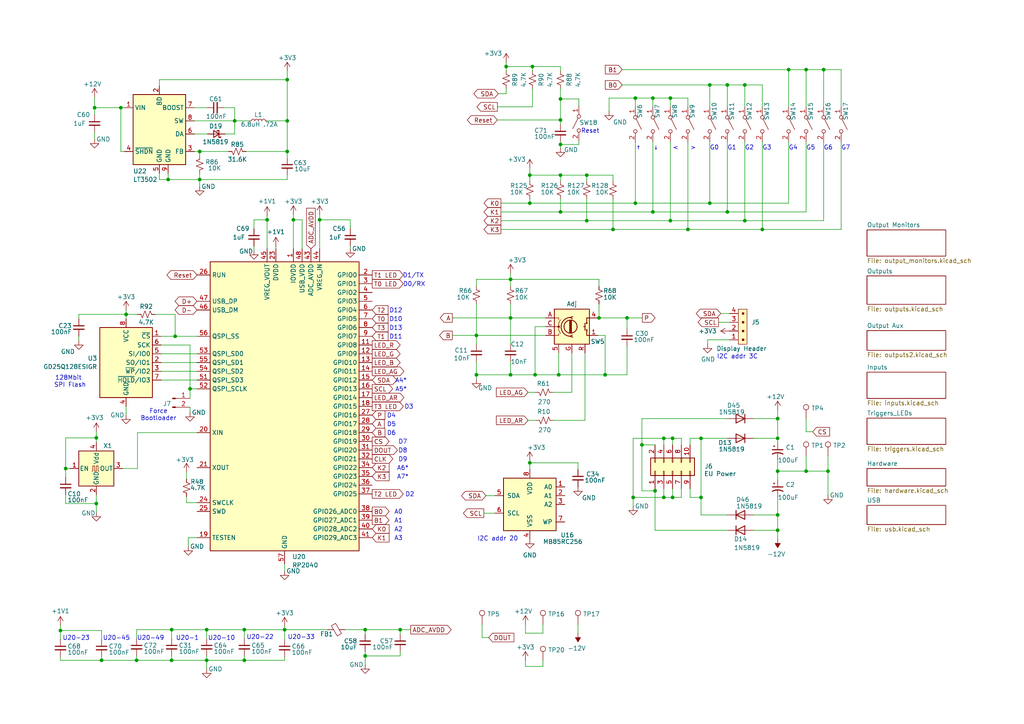
<source format=kicad_sch>
(kicad_sch (version 20231120) (generator "eeschema") (generator_version "8.0")
  (paper "A4")
  (title_block (title "Thor's Arsenal") (rev "0.2"))
  (junction (at 59.944 191.516))
  (junction (at 146.812 19.304))
  (junction (at 205.867 58.928))
  (junction (at 192.532 144.272))
  (junction (at 148.082 81.026))
  (junction (at 162.56 41.91))
  (junction (at 59.944 182.626))
  (junction (at 148.082 92.202))
  (junction (at 186.182 129.032))
  (junction (at 189.357 61.468))
  (junction (at 153.67 50.8))
  (junction (at 162.052 108.712))
  (junction (at 70.866 182.626))
  (junction (at 238.887 20.193))
  (junction (at 70.866 191.516))
  (junction (at 153.67 134.239))
  (junction (at 162.56 50.8))
  (junction (at 173.736 92.202))
  (junction (at 68.072 35.052))
  (junction (at 189.992 142.367))
  (junction (at 50.8 97.536))
  (junction (at 17.526 182.88))
  (junction (at 184.277 28.448))
  (junction (at 35.052 31.242))
  (junction (at 228.727 20.193))
  (junction (at 195.072 144.272))
  (junction (at 55.118 112.776))
  (junction (at 57.912 43.942))
  (junction (at 85.09 63.754))
  (junction (at 162.56 34.798))
  (junction (at 181.864 92.202))
  (junction (at 154.432 19.304))
  (junction (at 27.432 31.242))
  (junction (at 221.107 66.548))
  (junction (at 49.784 191.516))
  (junction (at 225.552 136.652))
  (junction (at 162.56 28.702))
  (junction (at 170.18 64.008))
  (junction (at 183.642 144.272))
  (junction (at 138.176 97.282))
  (junction (at 39.624 191.516))
  (junction (at 82.55 182.626))
  (junction (at 83.312 23.114))
  (junction (at 195.072 127.127))
  (junction (at 77.47 63.754))
  (junction (at 225.552 127.127))
  (junction (at 233.807 136.652))
  (junction (at 203.327 144.272))
  (junction (at 203.327 127.127))
  (junction (at 83.312 43.942))
  (junction (at 184.277 58.928))
  (junction (at 57.912 52.07))
  (junction (at 192.532 127.127))
  (junction (at 189.357 28.448))
  (junction (at 216.027 64.008))
  (junction (at 148.082 108.712))
  (junction (at 162.56 61.468))
  (junction (at 170.18 50.8))
  (junction (at 205.867 24.638))
  (junction (at 19.05 135.89))
  (junction (at 36.576 91.186))
  (junction (at 177.8 66.548))
  (junction (at 225.552 121.412))
  (junction (at 49.784 182.626))
  (junction (at 194.437 28.448))
  (junction (at 175.514 108.712))
  (junction (at 233.807 20.193))
  (junction (at 153.67 58.928))
  (junction (at 225.552 153.797))
  (junction (at 29.464 191.516))
  (junction (at 48.768 52.07))
  (junction (at 210.947 61.468))
  (junction (at 194.437 64.008))
  (junction (at 155.194 108.712))
  (junction (at 210.947 24.638))
  (junction (at 27.94 127))
  (junction (at 105.918 190.246))
  (junction (at 83.312 35.052))
  (junction (at 105.918 182.626))
  (junction (at 240.157 136.652))
  (junction (at 92.71 63.754))
  (junction (at 138.176 108.712))
  (junction (at 199.517 66.548))
  (junction (at 27.94 146.05))
  (junction (at 216.027 24.638))
  (junction (at 225.552 149.352))
  (junction (at 116.078 182.626))
  (wire (pts (xy 27.94 125.222) (xy 27.94 127)))
  (wire (pts (xy 225.552 133.477) (xy 225.552 136.652)))
  (wire (pts (xy 55.118 118.11) (xy 55.118 119.634)))
  (wire (pts (xy 44.958 91.186) (xy 50.8 91.186)))
  (wire (pts (xy 153.162 121.92) (xy 155.448 121.92)))
  (wire (pts (xy 56.388 35.052) (xy 68.072 35.052)))
  (wire (pts (xy 143.51 148.844) (xy 140.335 148.844)))
  (wire (pts (xy 56.388 38.862) (xy 60.198 38.862)))
  (wire (pts (xy 29.464 190.5) (xy 29.464 191.516)))
  (wire (pts (xy 225.552 136.652) (xy 233.807 136.652)))
  (wire (pts (xy 181.864 100.457) (xy 181.864 108.712)))
  (wire (pts (xy 83.312 35.052) (xy 77.47 35.052)))
  (wire (pts (xy 225.552 153.797) (xy 225.552 156.337)))
  (wire (pts (xy 82.55 190.5) (xy 82.55 191.516)))
  (wire (pts (xy 116.078 190.246) (xy 105.918 190.246)))
  (wire (pts (xy 36.068 43.942) (xy 35.052 43.942)))
  (wire (pts (xy 199.517 66.548) (xy 199.517 41.148)))
  (wire (pts (xy 35.052 43.942) (xy 35.052 31.242)))
  (wire (pts (xy 200.152 141.732) (xy 200.152 144.272)))
  (wire (pts (xy 189.992 129.032) (xy 186.182 129.032)))
  (wire (pts (xy 238.887 64.008) (xy 216.027 64.008)))
  (wire (pts (xy 184.277 58.928) (xy 184.277 41.148)))
  (wire (pts (xy 221.107 66.548) (xy 199.517 66.548)))
  (wire (pts (xy 205.867 24.638) (xy 210.947 24.638)))
  (wire (pts (xy 153.162 113.792) (xy 155.321 113.792)))
  (wire (pts (xy 225.552 118.872) (xy 225.552 121.412)))
  (wire (pts (xy 173.736 83.058) (xy 173.736 81.026)))
  (wire (pts (xy 176.657 28.448) (xy 176.657 32.258)))
  (wire (pts (xy 162.052 102.362) (xy 162.052 108.712)))
  (wire (pts (xy 57.912 43.942) (xy 57.912 45.212)))
  (wire (pts (xy 183.642 144.272) (xy 183.642 146.812)))
  (wire (pts (xy 154.432 20.574) (xy 154.432 19.304)))
  (wire (pts (xy 19.05 127) (xy 27.94 127)))
  (wire (pts (xy 221.107 24.638) (xy 221.107 30.988)))
  (wire (pts (xy 177.8 57.658) (xy 177.8 66.548)))
  (wire (pts (xy 183.642 127.127) (xy 183.642 144.272)))
  (wire (pts (xy 154.432 30.988) (xy 144.272 30.988)))
  (wire (pts (xy 68.072 35.052) (xy 68.072 38.862)))
  (wire (pts (xy 65.024 31.242) (xy 68.072 31.242)))
  (wire (pts (xy 205.867 41.148) (xy 205.867 58.928)))
  (wire (pts (xy 131.191 92.202) (xy 148.082 92.202)))
  (wire (pts (xy 59.944 191.516) (xy 59.944 194.056)))
  (wire (pts (xy 195.072 127.127) (xy 197.612 127.127)))
  (wire (pts (xy 186.182 121.412) (xy 186.182 129.032)))
  (wire (pts (xy 56.388 31.242) (xy 59.944 31.242)))
  (wire (pts (xy 68.072 35.052) (xy 72.39 35.052)))
  (wire (pts (xy 49.784 182.626) (xy 49.784 185.166)))
  (wire (pts (xy 157.48 181.102) (xy 157.48 183.642)))
  (wire (pts (xy 57.15 155.956) (xy 54.61 155.956)))
  (wire (pts (xy 216.027 24.638) (xy 221.107 24.638)))
  (wire (pts (xy 225.552 149.352) (xy 225.552 153.797)))
  (wire (pts (xy 82.55 181.61) (xy 82.55 182.626)))
  (wire (pts (xy 105.918 190.246) (xy 105.918 192.786)))
  (wire (pts (xy 27.94 146.05) (xy 27.94 148.59)))
  (wire (pts (xy 85.09 72.136) (xy 85.09 63.754)))
  (wire (pts (xy 233.807 20.193) (xy 238.887 20.193)))
  (wire (pts (xy 92.71 63.754) (xy 92.71 72.136)))
  (wire (pts (xy 27.432 38.354) (xy 27.432 40.386)))
  (wire (pts (xy 36.576 89.916) (xy 36.576 91.186)))
  (wire (pts (xy 138.176 97.282) (xy 158.242 97.282)))
  (wire (pts (xy 243.967 20.193) (xy 243.967 30.988)))
  (wire (pts (xy 83.312 52.07) (xy 57.912 52.07)))
  (wire (pts (xy 39.624 185.166) (xy 39.624 182.626)))
  (wire (pts (xy 162.56 41.91) (xy 167.894 41.91)))
  (wire (pts (xy 139.827 181.102) (xy 139.827 184.912)))
  (wire (pts (xy 184.277 28.448) (xy 189.357 28.448)))
  (wire (pts (xy 70.866 182.626) (xy 82.55 182.626)))
  (wire (pts (xy 145.288 61.468) (xy 162.56 61.468)))
  (wire (pts (xy 169.672 121.92) (xy 160.528 121.92)))
  (wire (pts (xy 87.63 72.136) (xy 87.63 63.754)))
  (wire (pts (xy 192.532 141.732) (xy 192.532 144.272)))
  (wire (pts (xy 167.894 28.702) (xy 162.56 28.702)))
  (wire (pts (xy 46.736 107.696) (xy 57.15 107.696)))
  (wire (pts (xy 216.027 24.638) (xy 216.027 30.988)))
  (wire (pts (xy 194.437 28.448) (xy 199.517 28.448)))
  (wire (pts (xy 162.56 61.468) (xy 189.357 61.468)))
  (wire (pts (xy 192.532 144.272) (xy 195.072 144.272)))
  (wire (pts (xy 211.582 90.932) (xy 209.042 90.932)))
  (wire (pts (xy 146.812 18.034) (xy 146.812 19.304)))
  (wire (pts (xy 180.467 24.638) (xy 205.867 24.638)))
  (wire (pts (xy 55.118 100.076) (xy 55.118 112.776)))
  (wire (pts (xy 189.357 28.448) (xy 189.357 30.988)))
  (wire (pts (xy 181.864 92.202) (xy 181.864 95.377)))
  (wire (pts (xy 70.866 185.166) (xy 70.866 182.626)))
  (wire (pts (xy 189.357 61.468) (xy 189.357 41.148)))
  (wire (pts (xy 189.357 28.448) (xy 194.437 28.448)))
  (wire (pts (xy 22.86 97.536) (xy 22.86 98.806)))
  (wire (pts (xy 243.967 66.548) (xy 221.107 66.548)))
  (wire (pts (xy 195.072 127.127) (xy 195.072 129.032)))
  (wire (pts (xy 167.894 30.734) (xy 167.894 28.702)))
  (wire (pts (xy 189.357 61.468) (xy 210.947 61.468)))
  (wire (pts (xy 138.176 97.282) (xy 138.176 99.822)))
  (wire (pts (xy 158.242 94.742) (xy 155.194 94.742)))
  (wire (pts (xy 200.152 129.032) (xy 200.152 127.127)))
  (wire (pts (xy 184.277 28.448) (xy 184.277 30.988)))
  (wire (pts (xy 233.807 61.468) (xy 210.947 61.468)))
  (wire (pts (xy 57.912 50.292) (xy 57.912 52.07)))
  (wire (pts (xy 46.736 102.616) (xy 57.15 102.616)))
  (wire (pts (xy 197.612 144.272) (xy 197.612 141.732)))
  (wire (pts (xy 148.082 79.248) (xy 148.082 81.026)))
  (wire (pts (xy 233.807 121.412) (xy 233.807 125.222)))
  (wire (pts (xy 243.967 41.148) (xy 243.967 66.548)))
  (wire (pts (xy 160.401 113.792) (xy 165.862 113.792)))
  (wire (pts (xy 153.67 58.928) (xy 184.277 58.928)))
  (wire (pts (xy 228.727 41.148) (xy 228.727 58.928)))
  (wire (pts (xy 27.432 31.242) (xy 27.432 33.274)))
  (wire (pts (xy 233.807 20.193) (xy 233.807 30.988)))
  (wire (pts (xy 162.56 28.702) (xy 162.56 25.654)))
  (wire (pts (xy 55.118 115.57) (xy 55.118 112.776)))
  (wire (pts (xy 82.55 182.626) (xy 82.55 185.42)))
  (wire (pts (xy 92.71 62.23) (xy 92.71 63.754)))
  (wire (pts (xy 205.867 58.928) (xy 184.277 58.928)))
  (wire (pts (xy 233.807 136.652) (xy 240.157 136.652)))
  (wire (pts (xy 167.894 40.894) (xy 167.894 41.91)))
  (wire (pts (xy 200.152 127.127) (xy 203.327 127.127)))
  (wire (pts (xy 210.947 24.638) (xy 216.027 24.638)))
  (wire (pts (xy 152.4 181.102) (xy 152.4 183.642)))
  (wire (pts (xy 186.182 142.367) (xy 189.992 142.367)))
  (wire (pts (xy 70.866 191.516) (xy 82.55 191.516)))
  (wire (pts (xy 210.947 149.352) (xy 203.327 149.352)))
  (wire (pts (xy 148.082 92.202) (xy 158.242 92.202)))
  (wire (pts (xy 138.176 88.138) (xy 138.176 97.282)))
  (wire (pts (xy 48.768 50.292) (xy 48.768 52.07)))
  (wire (pts (xy 105.918 182.626) (xy 105.918 183.896)))
  (wire (pts (xy 22.86 91.186) (xy 36.576 91.186)))
  (wire (pts (xy 233.807 132.207) (xy 233.807 136.652)))
  (wire (pts (xy 167.64 181.102) (xy 167.64 183.642)))
  (wire (pts (xy 131.191 97.282) (xy 138.176 97.282)))
  (wire (pts (xy 180.467 20.193) (xy 228.727 20.193)))
  (wire (pts (xy 54.102 145.796) (xy 57.15 145.796)))
  (wire (pts (xy 238.887 20.193) (xy 238.887 30.988)))
  (wire (pts (xy 116.078 182.626) (xy 116.078 183.896)))
  (wire (pts (xy 225.552 127.127) (xy 225.552 128.397)))
  (wire (pts (xy 153.67 50.8) (xy 153.67 52.578)))
  (wire (pts (xy 39.624 190.246) (xy 39.624 191.516)))
  (wire (pts (xy 240.157 136.652) (xy 240.157 143.637)))
  (wire (pts (xy 181.864 92.202) (xy 186.309 92.202)))
  (wire (pts (xy 153.67 134.239) (xy 167.64 134.239)))
  (wire (pts (xy 170.18 52.578) (xy 170.18 50.8)))
  (wire (pts (xy 210.947 41.148) (xy 210.947 61.468)))
  (wire (pts (xy 173.736 81.026) (xy 148.082 81.026)))
  (wire (pts (xy 138.176 109.982) (xy 138.176 108.712)))
  (wire (pts (xy 157.48 193.294) (xy 152.4 193.294)))
  (wire (pts (xy 39.878 135.89) (xy 39.878 125.476)))
  (wire (pts (xy 162.052 108.712) (xy 175.514 108.712)))
  (wire (pts (xy 170.18 57.658) (xy 170.18 64.008)))
  (wire (pts (xy 73.66 66.294) (xy 73.66 63.754)))
  (wire (pts (xy 192.532 127.127) (xy 183.642 127.127)))
  (wire (pts (xy 19.05 135.89) (xy 19.05 127)))
  (wire (pts (xy 148.082 92.202) (xy 148.082 99.822)))
  (wire (pts (xy 162.56 50.8) (xy 162.56 52.578)))
  (wire (pts (xy 83.312 50.8) (xy 83.312 52.07)))
  (wire (pts (xy 200.152 144.272) (xy 203.327 144.272)))
  (wire (pts (xy 77.47 62.484) (xy 77.47 63.754)))
  (wire (pts (xy 162.56 57.658) (xy 162.56 61.468)))
  (wire (pts (xy 175.514 97.282) (xy 175.514 108.712)))
  (wire (pts (xy 17.526 182.88) (xy 29.464 182.88)))
  (wire (pts (xy 46.228 50.292) (xy 46.228 52.07)))
  (wire (pts (xy 105.918 188.976) (xy 105.918 190.246)))
  (wire (pts (xy 199.517 28.448) (xy 199.517 30.988)))
  (wire (pts (xy 240.157 132.207) (xy 240.157 136.652)))
  (wire (pts (xy 27.94 127) (xy 27.94 128.27)))
  (wire (pts (xy 189.992 142.367) (xy 189.992 153.797)))
  (wire (pts (xy 146.812 27.178) (xy 144.526 27.178)))
  (wire (pts (xy 36.576 117.856) (xy 36.576 120.396)))
  (wire (pts (xy 116.078 182.626) (xy 105.918 182.626)))
  (wire (pts (xy 162.56 19.304) (xy 154.432 19.304)))
  (wire (pts (xy 238.887 20.193) (xy 243.967 20.193)))
  (wire (pts (xy 59.944 185.166) (xy 59.944 182.626)))
  (wire (pts (xy 148.082 104.902) (xy 148.082 108.712)))
  (wire (pts (xy 148.082 81.026) (xy 148.082 83.058)))
  (wire (pts (xy 39.624 182.626) (xy 49.784 182.626)))
  (wire (pts (xy 233.807 125.222) (xy 235.712 125.222)))
  (wire (pts (xy 68.072 31.242) (xy 68.072 35.052)))
  (wire (pts (xy 203.327 127.127) (xy 210.947 127.127)))
  (wire (pts (xy 146.812 20.574) (xy 146.812 19.304)))
  (wire (pts (xy 176.657 28.448) (xy 184.277 28.448)))
  (wire (pts (xy 192.532 127.127) (xy 192.532 129.032)))
  (wire (pts (xy 162.56 34.798) (xy 162.56 28.702)))
  (wire (pts (xy 70.866 191.516) (xy 59.944 191.516)))
  (wire (pts (xy 39.624 191.516) (xy 49.784 191.516)))
  (wire (pts (xy 57.912 43.942) (xy 66.294 43.942)))
  (wire (pts (xy 162.56 50.8) (xy 170.18 50.8)))
  (wire (pts (xy 153.67 133.604) (xy 153.67 134.239)))
  (wire (pts (xy 46.736 100.076) (xy 55.118 100.076)))
  (wire (pts (xy 71.374 43.942) (xy 83.312 43.942)))
  (wire (pts (xy 225.552 121.412) (xy 225.552 127.127)))
  (wire (pts (xy 55.118 112.776) (xy 57.15 112.776)))
  (wire (pts (xy 183.642 144.272) (xy 192.532 144.272)))
  (wire (pts (xy 167.64 136.144) (xy 167.64 134.239)))
  (wire (pts (xy 49.784 182.626) (xy 59.944 182.626)))
  (wire (pts (xy 138.176 83.058) (xy 138.176 81.026)))
  (wire (pts (xy 155.194 94.742) (xy 155.194 108.712)))
  (wire (pts (xy 228.727 20.193) (xy 228.727 30.988)))
  (wire (pts (xy 138.176 108.712) (xy 148.082 108.712)))
  (wire (pts (xy 54.102 136.906) (xy 54.102 138.938)))
  (wire (pts (xy 85.09 63.754) (xy 87.63 63.754)))
  (wire (pts (xy 17.526 182.88) (xy 17.526 181.356)))
  (wire (pts (xy 46.736 105.156) (xy 57.15 105.156)))
  (wire (pts (xy 177.8 50.8) (xy 177.8 52.578)))
  (wire (pts (xy 49.784 191.516) (xy 59.944 191.516)))
  (wire (pts (xy 20.32 135.89) (xy 19.05 135.89)))
  (wire (pts (xy 225.552 144.272) (xy 225.552 149.352)))
  (wire (pts (xy 48.768 52.07) (xy 57.912 52.07)))
  (wire (pts (xy 70.866 190.246) (xy 70.866 191.516)))
  (wire (pts (xy 203.327 149.352) (xy 203.327 144.272)))
  (wire (pts (xy 54.61 155.956) (xy 54.61 158.496)))
  (wire (pts (xy 205.867 24.638) (xy 205.867 30.988)))
  (wire (pts (xy 218.567 121.412) (xy 225.552 121.412)))
  (wire (pts (xy 36.576 91.186) (xy 36.576 92.456)))
  (wire (pts (xy 82.55 163.576) (xy 82.55 165.608)))
  (wire (pts (xy 205.232 98.552) (xy 205.232 99.822)))
  (wire (pts (xy 189.992 153.797) (xy 210.947 153.797)))
  (wire (pts (xy 83.312 43.942) (xy 83.312 35.052)))
  (wire (pts (xy 157.48 191.516) (xy 157.48 193.294)))
  (wire (pts (xy 218.567 149.352) (xy 225.552 149.352)))
  (wire (pts (xy 154.432 19.304) (xy 146.812 19.304)))
  (wire (pts (xy 19.05 146.05) (xy 27.94 146.05)))
  (wire (pts (xy 195.072 127.127) (xy 192.532 127.127)))
  (wire (pts (xy 36.576 91.186) (xy 39.878 91.186)))
  (wire (pts (xy 80.01 71.374) (xy 80.01 72.136)))
  (wire (pts (xy 173.736 92.202) (xy 181.864 92.202)))
  (wire (pts (xy 145.288 66.548) (xy 177.8 66.548)))
  (wire (pts (xy 177.8 66.548) (xy 199.517 66.548)))
  (wire (pts (xy 39.878 125.476) (xy 57.15 125.476)))
  (wire (pts (xy 170.18 64.008) (xy 194.437 64.008)))
  (wire (pts (xy 138.176 104.902) (xy 138.176 108.712)))
  (wire (pts (xy 57.912 52.07) (xy 57.912 54.102)))
  (wire (pts (xy 162.56 41.148) (xy 162.56 41.91)))
  (wire (pts (xy 153.67 57.658) (xy 153.67 58.928)))
  (wire (pts (xy 46.228 52.07) (xy 48.768 52.07)))
  (wire (pts (xy 50.8 91.186) (xy 50.8 97.536)))
  (wire (pts (xy 46.736 97.536) (xy 50.8 97.536)))
  (wire (pts (xy 85.09 62.23) (xy 85.09 63.754)))
  (wire (pts (xy 169.672 102.362) (xy 169.672 121.92)))
  (wire (pts (xy 105.918 182.626) (xy 100.076 182.626)))
  (wire (pts (xy 194.437 28.448) (xy 194.437 30.988)))
  (wire (pts (xy 211.582 98.552) (xy 205.232 98.552)))
  (wire (pts (xy 211.582 93.472) (xy 208.407 93.472)))
  (wire (pts (xy 148.082 108.712) (xy 155.194 108.712)))
  (wire (pts (xy 162.56 34.798) (xy 162.56 36.068)))
  (wire (pts (xy 83.312 23.114) (xy 83.312 35.052)))
  (wire (pts (xy 138.176 81.026) (xy 148.082 81.026)))
  (wire (pts (xy 210.947 121.412) (xy 186.182 121.412)))
  (wire (pts (xy 228.727 58.928) (xy 205.867 58.928)))
  (wire (pts (xy 17.526 185.42) (xy 17.526 182.88)))
  (wire (pts (xy 116.078 188.976) (xy 116.078 190.246)))
  (wire (pts (xy 154.432 25.654) (xy 154.432 30.988)))
  (wire (pts (xy 17.526 190.5) (xy 17.526 191.516)))
  (wire (pts (xy 216.027 41.148) (xy 216.027 64.008)))
  (wire (pts (xy 36.068 31.242) (xy 35.052 31.242)))
  (wire (pts (xy 116.078 182.626) (xy 119.126 182.626)))
  (wire (pts (xy 77.47 72.136) (xy 77.47 63.754)))
  (wire (pts (xy 181.864 108.712) (xy 175.514 108.712)))
  (wire (pts (xy 197.612 127.127) (xy 197.612 129.032)))
  (wire (pts (xy 195.072 144.272) (xy 197.612 144.272)))
  (wire (pts (xy 101.6 71.374) (xy 101.6 72.136)))
  (wire (pts (xy 170.18 50.8) (xy 177.8 50.8)))
  (wire (pts (xy 35.052 31.242) (xy 27.432 31.242)))
  (wire (pts (xy 165.862 102.362) (xy 165.862 113.792)))
  (wire (pts (xy 162.56 19.304) (xy 162.56 20.574)))
  (wire (pts (xy 73.66 71.374) (xy 73.66 72.644)))
  (wire (pts (xy 157.48 183.642) (xy 152.4 183.642)))
  (wire (pts (xy 225.552 136.652) (xy 225.552 139.192)))
  (wire (pts (xy 144.272 34.798) (xy 162.56 34.798)))
  (wire (pts (xy 225.552 153.797) (xy 218.567 153.797)))
  (wire (pts (xy 22.86 92.456) (xy 22.86 91.186)))
  (wire (pts (xy 203.327 127.127) (xy 203.327 144.272)))
  (wire (pts (xy 29.464 191.516) (xy 39.624 191.516)))
  (wire (pts (xy 65.278 38.862) (xy 68.072 38.862)))
  (wire (pts (xy 46.228 23.114) (xy 83.312 23.114)))
  (wire (pts (xy 194.437 64.008) (xy 194.437 41.148)))
  (wire (pts (xy 173.482 97.282) (xy 175.514 97.282)))
  (wire (pts (xy 101.6 66.294) (xy 101.6 63.754)))
  (wire (pts (xy 189.992 141.732) (xy 189.992 142.367)))
  (wire (pts (xy 145.288 58.928) (xy 153.67 58.928)))
  (wire (pts (xy 173.736 88.138) (xy 173.736 92.202)))
  (wire (pts (xy 49.784 190.246) (xy 49.784 191.516)))
  (wire (pts (xy 101.6 63.754) (xy 92.71 63.754)))
  (wire (pts (xy 27.432 28.194) (xy 27.432 31.242)))
  (wire (pts (xy 139.827 184.912) (xy 141.732 184.912)))
  (wire (pts (xy 73.66 63.754) (xy 77.47 63.754)))
  (wire (pts (xy 155.194 108.712) (xy 162.052 108.712)))
  (wire (pts (xy 221.107 41.148) (xy 221.107 66.548)))
  (wire (pts (xy 17.526 191.516) (xy 29.464 191.516)))
  (wire (pts (xy 233.807 41.148) (xy 233.807 61.468)))
  (wire (pts (xy 146.812 25.654) (xy 146.812 27.178)))
  (wire (pts (xy 19.05 135.89) (xy 19.05 138.43)))
  (wire (pts (xy 162.56 41.91) (xy 162.56 42.926)))
  (wire (pts (xy 153.67 134.239) (xy 153.67 136.144)))
  (wire (pts (xy 59.944 182.626) (xy 70.866 182.626)))
  (wire (pts (xy 46.736 110.236) (xy 57.15 110.236)))
  (wire (pts (xy 218.567 127.127) (xy 225.552 127.127)))
  (wire (pts (xy 29.464 185.42) (xy 29.464 182.88)))
  (wire (pts (xy 216.027 64.008) (xy 194.437 64.008)))
  (wire (pts (xy 145.288 64.008) (xy 170.18 64.008)))
  (wire (pts (xy 173.482 92.202) (xy 173.736 92.202)))
  (wire (pts (xy 153.67 48.768) (xy 153.67 50.8)))
  (wire (pts (xy 27.94 143.51) (xy 27.94 146.05)))
  (wire (pts (xy 186.182 129.032) (xy 186.182 142.367)))
  (wire (pts (xy 152.4 193.294) (xy 152.4 191.516)))
  (wire (pts (xy 46.228 24.892) (xy 46.228 23.114)))
  (wire (pts (xy 153.67 50.8) (xy 162.56 50.8)))
  (wire (pts (xy 195.072 141.732) (xy 195.072 144.272)))
  (wire (pts (xy 148.082 88.138) (xy 148.082 92.202)))
  (wire (pts (xy 83.312 20.574) (xy 83.312 23.114)))
  (wire (pts (xy 143.51 143.764) (xy 140.97 143.764)))
  (wire (pts (xy 59.944 190.246) (xy 59.944 191.516)))
  (wire (pts (xy 50.8 97.536) (xy 57.15 97.536)))
  (wire (pts (xy 83.312 43.942) (xy 83.312 45.72)))
  (wire (pts (xy 54.102 145.796) (xy 54.102 144.018)))
  (wire (pts (xy 210.947 24.638) (xy 210.947 30.988)))
  (wire (pts (xy 56.388 43.942) (xy 57.912 43.942)))
  (wire (pts (xy 19.05 143.51) (xy 19.05 146.05)))
  (wire (pts (xy 82.55 182.626) (xy 94.996 182.626)))
  (wire (pts (xy 228.727 20.193) (xy 233.807 20.193)))
  (wire (pts (xy 35.56 135.89) (xy 39.878 135.89)))
  (wire (pts (xy 238.887 41.148) (xy 238.887 64.008)))
  (text "A5*" (at 116.332 113.03 0) (effects (font (size 1.27 1.27))))
  (text "A1" (at 115.57 151.13 0) (effects (font (size 1.27 1.27))))
  (text "G4" (at 228.727 43.688 0) (effects (font (size 1.27 1.27)) (justify left bottom)))
  (text "G2" (at 216.027 43.688 0) (effects (font (size 1.27 1.27)) (justify left bottom)))
  (text "A6*" (at 116.84 135.89 0) (effects (font (size 1.27 1.27))))
  (text "D6" (at 113.538 125.73 0) (effects (font (size 1.27 1.27))))
  (text "D12" (at 114.808 90.17 0) (effects (font (size 1.27 1.27))))
  (text "D1/TX" (at 119.888 80.01 0) (effects (font (size 1.27 1.27))))
  (text "A7*" (at 116.84 138.43 0) (effects (font (size 1.27 1.27))))
  (text "G3" (at 221.107 43.688 0) (effects (font (size 1.27 1.27)) (justify left bottom)))
  (text "D8" (at 116.84 130.81 0) (effects (font (size 1.27 1.27))))
  (text "↓" (at 189.357 43.688 0) (effects (font (size 1.27 1.27)) (justify left bottom)))
  (text "128Mbit \nSPI Flash" (at 20.32 110.744 0) (effects (font (size 1.27 1.27))))
  (text "A2" (at 115.57 153.67 0) (effects (font (size 1.27 1.27))))
  (text "Force\nBootloader" (at 45.974 122.174 0) (effects (font (size 1.27 1.27)) (justify bottom)))
  (text "U20-33" (at 87.376 184.912 0) (effects (font (size 1.27 1.27))))
  (text "D2" (at 118.872 143.51 0) (effects (font (size 1.27 1.27))))
  (text "U20-23" (at 22.098 185.166 0) (effects (font (size 1.27 1.27))))
  (text "D4" (at 113.538 120.65 0) (effects (font (size 1.27 1.27))))
  (text "A4*" (at 116.332 110.49 0) (effects (font (size 1.27 1.27))))
  (text "G5" (at 233.807 43.688 0) (effects (font (size 1.27 1.27)) (justify left bottom)))
  (text "D13" (at 114.808 95.25 0) (effects (font (size 1.27 1.27))))
  (text "I2C addr 3C" (at 219.837 104.267 0) (effects (font (size 1.27 1.27)) (justify right bottom)))
  (text "D11" (at 114.808 97.79 0) (effects (font (size 1.27 1.27))))
  (text "U20-45" (at 33.782 185.166 0) (effects (font (size 1.27 1.27))))
  (text "D9" (at 116.84 133.35 0) (effects (font (size 1.27 1.27))))
  (text "U20-10" (at 64.262 185.166 0) (effects (font (size 1.27 1.27))))
  (text "D7" (at 116.84 128.27 0) (effects (font (size 1.27 1.27))))
  (text ">" (at 200.152 43.688 0) (effects (font (size 1.27 1.27)) (justify left bottom)))
  (text "G6" (at 238.887 43.688 0) (effects (font (size 1.27 1.27)) (justify left bottom)))
  (text "Reset" (at 171.196 38.1 0) (effects (font (size 1.27 1.27))))
  (text "U20-49" (at 43.688 185.166 0) (effects (font (size 1.27 1.27))))
  (text "D10" (at 114.808 92.71 0) (effects (font (size 1.27 1.27))))
  (text "D3" (at 118.618 118.11 0) (effects (font (size 1.27 1.27))))
  (text "I2C addr 20" (at 138.43 157.099 0) (effects (font (size 1.27 1.27)) (justify left bottom)))
  (text "G0" (at 205.867 43.688 0) (effects (font (size 1.27 1.27)) (justify left bottom)))
  (text "A0" (at 115.57 148.59 0) (effects (font (size 1.27 1.27))))
  (text "U20-1" (at 54.356 185.166 0) (effects (font (size 1.27 1.27))))
  (text "D5" (at 113.538 123.19 0) (effects (font (size 1.27 1.27))))
  (text "G7" (at 243.967 43.688 0) (effects (font (size 1.27 1.27)) (justify left bottom)))
  (text "G1" (at 210.947 43.688 0) (effects (font (size 1.27 1.27)) (justify left bottom)))
  (text "D0/RX" (at 120.142 82.55 0) (effects (font (size 1.27 1.27))))
  (text "↑" (at 184.277 43.688 0) (effects (font (size 1.27 1.27)) (justify left bottom)))
  (text "A3" (at 115.57 156.21 0) (effects (font (size 1.27 1.27))))
  (text "<" (at 195.072 43.688 0) (effects (font (size 1.27 1.27)) (justify left bottom)))
  (text "U20-22" (at 75.438 184.912 0) (effects (font (size 1.27 1.27))))
  (global_label "K2" (shape input) (at 107.95 135.636 0) (property "Intersheetrefs" "${INTERSHEET_REFS}" (effects (hide yes))))
  (global_label "SCL" (shape output) (at 140.335 148.844 180) (property "Intersheetrefs" "${INTERSHEET_REFS}" (effects (hide yes))))
  (global_label "T2 LED" (shape output) (at 107.95 143.256 0) (property "Intersheetrefs" "${INTERSHEET_REFS}" (effects (hide yes))))
  (global_label "LED_R" (shape output) (at 107.95 100.076 0) (property "Intersheetrefs" "${INTERSHEET_REFS}" (effects (hide yes))))
  (global_label "K0" (shape output) (at 145.288 58.928 180) (property "Intersheetrefs" "${INTERSHEET_REFS}" (effects (hide yes))))
  (global_label "P" (shape input) (at 107.95 120.396 0) (property "Intersheetrefs" "${INTERSHEET_REFS}" (effects (hide yes))))
  (global_label "B" (shape input) (at 107.95 125.476 0) (property "Intersheetrefs" "${INTERSHEET_REFS}" (effects (hide yes))))
  (global_label "P" (shape output) (at 186.309 92.202 0) (property "Intersheetrefs" "${INTERSHEET_REFS}" (effects (hide yes))))
  (global_label "CLK" (shape output) (at 107.95 133.096 0) (property "Intersheetrefs" "${INTERSHEET_REFS}" (effects (hide yes))))
  (global_label "SCL" (shape output) (at 208.407 93.472 180) (property "Intersheetrefs" "${INTERSHEET_REFS}" (effects (hide yes))))
  (global_label "B1" (shape output) (at 107.95 150.876 0) (property "Intersheetrefs" "${INTERSHEET_REFS}" (effects (hide yes))))
  (global_label "SCL" (shape output) (at 144.272 30.988 180) (property "Intersheetrefs" "${INTERSHEET_REFS}" (effects (hide yes))))
  (global_label "T0 LED" (shape output) (at 107.95 82.296 0) (property "Intersheetrefs" "${INTERSHEET_REFS}" (effects (hide yes))))
  (global_label "LED_AG" (shape output) (at 107.95 107.696 0) (property "Intersheetrefs" "${INTERSHEET_REFS}" (effects (hide yes))))
  (global_label "A" (shape output) (at 131.191 92.202 180) (property "Intersheetrefs" "${INTERSHEET_REFS}" (effects (hide yes))))
  (global_label "K0" (shape input) (at 107.95 153.416 0) (property "Intersheetrefs" "${INTERSHEET_REFS}" (effects (hide yes))))
  (global_label "DOUT" (shape input) (at 141.732 184.912 0) (property "Intersheetrefs" "${INTERSHEET_REFS}" (effects (hide yes))))
  (global_label "SCL" (shape output) (at 107.95 112.776 0) (property "Intersheetrefs" "${INTERSHEET_REFS}" (effects (hide yes))))
  (global_label "LED_G" (shape output) (at 107.95 102.616 0) (property "Intersheetrefs" "${INTERSHEET_REFS}" (effects (hide yes))))
  (global_label "B0" (shape output) (at 107.95 148.336 0) (property "Intersheetrefs" "${INTERSHEET_REFS}" (effects (hide yes))))
  (global_label "Reset" (shape bidirectional) (at 57.15 79.756 180) (property "Intersheetrefs" "${INTERSHEET_REFS}" (effects (hide yes))))
  (global_label "K1" (shape input) (at 107.95 155.956 0) (property "Intersheetrefs" "${INTERSHEET_REFS}" (effects (hide yes))))
  (global_label "K3" (shape input) (at 107.95 138.176 0) (property "Intersheetrefs" "${INTERSHEET_REFS}" (effects (hide yes))))
  (global_label "T3 LED" (shape output) (at 107.95 117.856 0) (property "Intersheetrefs" "${INTERSHEET_REFS}" (effects (hide yes))))
  (global_label "LED_AG" (shape input) (at 153.162 113.792 180) (property "Intersheetrefs" "${INTERSHEET_REFS}" (effects (hide yes))))
  (global_label "SDA" (shape bidirectional) (at 209.042 90.932 180) (property "Intersheetrefs" "${INTERSHEET_REFS}" (effects (hide yes))))
  (global_label "T1 LED" (shape output) (at 107.95 79.756 0) (property "Intersheetrefs" "${INTERSHEET_REFS}" (effects (hide yes))))
  (global_label "K1" (shape output) (at 145.288 61.468 180) (property "Intersheetrefs" "${INTERSHEET_REFS}" (effects (hide yes))))
  (global_label "CS" (shape output) (at 107.95 128.016 0) (property "Intersheetrefs" "${INTERSHEET_REFS}" (effects (hide yes))))
  (global_label "K2" (shape output) (at 145.288 64.008 180) (property "Intersheetrefs" "${INTERSHEET_REFS}" (effects (hide yes))))
  (global_label "ADC_AVDD" (shape input) (at 90.17 72.136 90) (property "Intersheetrefs" "${INTERSHEET_REFS}" (effects (hide yes))))
  (global_label "B" (shape output) (at 131.191 97.282 180) (property "Intersheetrefs" "${INTERSHEET_REFS}" (effects (hide yes))))
  (global_label "ADC_AVDD" (shape output) (at 119.126 182.626 0) (property "Intersheetrefs" "${INTERSHEET_REFS}" (effects (hide yes))))
  (global_label "SDA" (shape bidirectional) (at 140.97 143.764 180) (property "Intersheetrefs" "${INTERSHEET_REFS}" (effects (hide yes))))
  (global_label "D-" (shape bidirectional) (at 57.15 89.916 180) (property "Intersheetrefs" "${INTERSHEET_REFS}" (effects (hide yes))))
  (global_label "T1" (shape input) (at 107.95 97.536 0) (property "Intersheetrefs" "${INTERSHEET_REFS}" (effects (hide yes))))
  (global_label "SDA" (shape bidirectional) (at 144.526 27.178 180) (property "Intersheetrefs" "${INTERSHEET_REFS}" (effects (hide yes))))
  (global_label "B0" (shape input) (at 180.467 24.638 180) (property "Intersheetrefs" "${INTERSHEET_REFS}" (effects (hide yes))))
  (global_label "T3" (shape input) (at 107.95 94.996 0) (property "Intersheetrefs" "${INTERSHEET_REFS}" (effects (hide yes))))
  (global_label "Reset" (shape bidirectional) (at 144.272 34.798 180) (property "Intersheetrefs" "${INTERSHEET_REFS}" (effects (hide yes))))
  (global_label "A" (shape input) (at 107.95 122.936 0) (property "Intersheetrefs" "${INTERSHEET_REFS}" (effects (hide yes))))
  (global_label "K3" (shape output) (at 145.288 66.548 180) (property "Intersheetrefs" "${INTERSHEET_REFS}" (effects (hide yes))))
  (global_label "CS" (shape input) (at 235.712 125.222 0) (property "Intersheetrefs" "${INTERSHEET_REFS}" (effects (hide yes))))
  (global_label "D+" (shape bidirectional) (at 57.15 87.376 180) (property "Intersheetrefs" "${INTERSHEET_REFS}" (effects (hide yes))))
  (global_label "T2" (shape input) (at 107.95 89.916 0) (property "Intersheetrefs" "${INTERSHEET_REFS}" (effects (hide yes))))
  (global_label "B1" (shape input) (at 180.467 20.193 180) (property "Intersheetrefs" "${INTERSHEET_REFS}" (effects (hide yes))))
  (global_label "DOUT" (shape output) (at 107.95 130.556 0) (property "Intersheetrefs" "${INTERSHEET_REFS}" (effects (hide yes))))
  (global_label "T0" (shape input) (at 107.95 92.456 0) (property "Intersheetrefs" "${INTERSHEET_REFS}" (effects (hide yes))))
  (global_label "SDA" (shape bidirectional) (at 107.95 110.236 0) (property "Intersheetrefs" "${INTERSHEET_REFS}" (effects (hide yes))))
  (global_label "LED_B" (shape output) (at 107.95 105.156 0) (property "Intersheetrefs" "${INTERSHEET_REFS}" (effects (hide yes))))
  (global_label "LED_AR" (shape output) (at 107.95 115.316 0) (property "Intersheetrefs" "${INTERSHEET_REFS}" (effects (hide yes))))
  (global_label "LED_AR" (shape input) (at 153.162 121.92 180) (property "Intersheetrefs" "${INTERSHEET_REFS}" (effects (hide yes))))
  (symbol (lib_id "Diode:1N4148") (at 214.757 121.412 180) (unit 1)
    (property "Reference" "D45" (at 214.757 117.602 0) (effects (justify left)))
    (property "Value" "1N5819" (at 216.027 119.507 0) (effects (justify left)))
    (property "Footprint" "greenface:D_SOD-323" (effects (hide yes)))
    (property "Digi-Key Part" "478-7800-1-ND" (effects (hide yes)))
    (property "LCSC Part #" "C191023" (effects (hide yes)))
  )
  (symbol (lib_id "Device:R_Small_US") (at 162.56 55.118 0) (unit 1)
    (property "Reference" "R126" (at 159.385 53.848 0))
    (property "Value" "10K" (at 158.75 55.753 0))
    (property "Footprint" "Resistor_SMD:R_0805_2012Metric_Pad1.20x1.40mm_HandSolder" (effects (hide yes)))
    (property "Digi-Key Part" "13-RC0805JR-1010KLCT-ND" (effects (hide yes)))
    (property "LCSC Part #" "C17414" (effects (hide yes)))
  )
  (symbol (lib_id "Device:C_Small") (at 101.6 68.834 0) (mirror y) (unit 1)
    (property "Reference" "C56" (at 100.33 66.294 0) (effects (justify left)))
    (property "Value" "1uF" (at 99.06 68.834 0) (effects (justify left)))
    (property "Footprint" "Capacitor_SMD:C_0603_1608Metric" (effects (hide yes)))
    (property "Datasheet" "https://www.lcsc.com/datasheet/lcsc_datasheet_2209191700_Samsung-Electro-Mechanics-CL10A105KO8NNNC_C1592.pdf" (effects (hide yes)))
    (property "Digi-Key Part" "1276-1029-1-ND" (effects (hide yes)))
    (property "LCSC Part #" "C15849" (effects (hide yes)))
  )
  (symbol (lib_id "power:+3.3V") (at 54.102 136.906 0) (unit 1)
    (property "Reference" "#PWR057" (effects (hide yes)))
    (property "Value" "+3V3" (at 53.594 133.35 0))
  )
  (symbol (lib_id "Device:R_Small_US") (at 177.8 55.118 0) (unit 1)
    (property "Reference" "R128" (at 173.99 53.848 0))
    (property "Value" "10K" (at 174.625 55.753 0))
    (property "Footprint" "Resistor_SMD:R_0805_2012Metric_Pad1.20x1.40mm_HandSolder" (effects (hide yes)))
    (property "Digi-Key Part" "13-RC0805JR-1010KLCT-ND" (effects (hide yes)))
    (property "LCSC Part #" "C17414" (effects (hide yes)))
  )
  (symbol (lib_id "power:GND") (at 27.94 148.59 0) (mirror y) (unit 1)
    (property "Reference" "#PWR082" (effects (hide yes)))
    (property "Value" "GND" (at 25.654 148.844 0))
  )
  (symbol (lib_id "Device:R_Small_US") (at 154.432 23.114 0) (unit 1)
    (property "Reference" "R90" (at 156.972 23.114 90))
    (property "Value" "4.7K" (at 159.512 23.114 90))
    (property "Footprint" "Resistor_SMD:R_0805_2012Metric_Pad1.20x1.40mm_HandSolder" (effects (hide yes)))
    (property "Digi-Key Part" "RMCF0805FT4K70CT-ND" (effects (hide yes)))
    (property "LCSC Part #" "C17673" (effects (hide yes)))
  )
  (symbol (lib_id "Diode:1N4148") (at 214.757 127.127 180) (unit 1)
    (property "Reference" "D13" (at 212.217 128.397 0) (effects (justify left)))
    (property "Value" "1N5819" (at 216.027 130.302 0) (effects (justify left)))
    (property "Footprint" "greenface:D_SOD-323" (effects (hide yes)))
    (property "Digi-Key Part" "478-7800-1-ND" (effects (hide yes)))
    (property "LCSC Part #" "C191023" (effects (hide yes)))
  )
  (symbol (lib_id "power:GND") (at 205.232 99.822 0) (unit 1)
    (property "Reference" "#PWR010" (effects (hide yes)))
    (property "Value" "GND" (at 205.359 104.2162 0))
  )
  (symbol (lib_id "Oscillator:ASE-xxxMHz") (at 27.94 135.89 0) (unit 1)
    (property "Reference" "X1" (at 31.242 129.286 0))
    (property "Value" "AMPMDED-12.0000" (effects (hide yes)))
    (property "Footprint" "greenface:Oscillator_SMD2520-4P" (effects (hide yes)))
    (property "Datasheet" "https://wmsc.lcsc.com/wmsc/upload/file/pdf/v2/lcsc/2201200830_Abracon-LLC-AMPMDED-12-0000_C1673329.pdf" (effects (hide yes)))
    (property "Description" "3.3V CMOS SMD Crystal Clock Oscillator, Abracon" (effects (hide yes)))
    (property "LCSC Part #" "C669073" (effects (hide yes)))
  )
  (symbol (lib_id "Device:R_Small_US") (at 148.082 85.598 0) (unit 1)
    (property "Reference" "R67" (at 151.257 84.328 0))
    (property "Value" "10K" (at 151.257 86.233 0))
    (property "Footprint" "Resistor_SMD:R_0402_1005Metric" (effects (hide yes)))
    (property "Digi-Key Part" "13-RC0805JR-1010KLCT-ND" (effects (hide yes)))
    (property "LCSC Part #" "C25744" (effects (hide yes)))
  )
  (symbol (lib_id "Switch:SW_SPST") (at 238.887 36.068 270) (unit 1)
    (property "Reference" "SW16" (at 240.157 32.258 0))
    (property "Value" "Push Button" (effects (hide yes)))
    (property "Footprint" "Button_Switch_THT:SW_PUSH_6mm" (effects (hide yes)))
    (property "Digi-Key Part" "450-1642-ND" (effects (hide yes)))
  )
  (symbol (lib_id "Device:C_Small") (at 19.05 140.97 0) (unit 1)
    (property "Reference" "C10" (at 19.558 143.256 0) (effects (justify left)))
    (property "Value" "100nF" (at 19.558 145.034 0) (effects (justify left)))
    (property "Footprint" "Capacitor_SMD:C_0603_1608Metric" (effects (hide yes)))
    (property "Datasheet" "http://datasheets.avx.com/SR-Series.pdf" (effects (hide yes)))
    (property "Digi-Key Part" "478-10836-1-ND" (effects (hide yes)))
    (property "LCSC Part #" "C14663" (effects (hide yes)))
  )
  (symbol (lib_id "Device:CP1_Small") (at 225.552 130.937 0) (unit 1)
    (property "Reference" "C1" (at 227.8634 129.7686 0) (effects (justify left)))
    (property "Value" "100uF" (at 225.552 133.477 0) (effects (justify left)))
    (property "Footprint" "Capacitor_SMD:CP_Elec_6.3x5.4_Nichicon" (effects (hide yes)))
    (property "Datasheet" "http://www.rubycon.co.jp/en/catalog/e_pdfs/aluminum/e_ml.pdf" (effects (hide yes)))
    (property "Digi-Key Part" "399-A768EB107M1ELAE036DKR-ND" (effects (hide yes)))
    (property "LCSC Part #" "C2887276" (effects (hide yes)))
  )
  (symbol (lib_id "Device:C_Small") (at 62.484 31.242 90) (unit 1)
    (property "Reference" "C61" (at 64.516 28.702 90) (effects (justify left)))
    (property "Value" "100nF" (at 65.786 33.782 90) (effects (justify left)))
    (property "Footprint" "Capacitor_SMD:C_0603_1608Metric" (effects (hide yes)))
    (property "Datasheet" "http://datasheets.avx.com/SR-Series.pdf" (effects (hide yes)))
    (property "Digi-Key Part" "478-10836-1-ND" (effects (hide yes)))
    (property "LCSC Part #" "C14663" (effects (hide yes)))
  )
  (symbol (lib_id "Switch:SW_SPST") (at 205.867 36.068 270) (unit 1)
    (property "Reference" "SW10" (at 207.137 32.258 0))
    (property "Value" "Push Button" (effects (hide yes)))
    (property "Footprint" "Button_Switch_THT:SW_PUSH_6mm" (effects (hide yes)))
    (property "Digi-Key Part" "450-1642-ND" (effects (hide yes)))
  )
  (symbol (lib_id "Switch:SW_SPST") (at 184.277 36.068 270) (unit 1)
    (property "Reference" "SW6" (at 185.547 32.258 0))
    (property "Value" "Push Button" (effects (hide yes)))
    (property "Footprint" "Button_Switch_THT:SW_PUSH_6mm" (effects (hide yes)))
    (property "Digi-Key Part" "450-1642-ND" (effects (hide yes)))
  )
  (symbol (lib_id "Device:R_Small_US") (at 173.736 85.598 0) (unit 1)
    (property "Reference" "R68" (at 176.911 84.328 0))
    (property "Value" "10K" (at 176.911 86.233 0))
    (property "Footprint" "Resistor_SMD:R_0805_2012Metric_Pad1.20x1.40mm_HandSolder" (effects (hide yes)))
    (property "Digi-Key Part" "13-RC0805JR-1010KLCT-ND" (effects (hide yes)))
    (property "LCSC Part #" "C17414" (effects (hide yes)))
  )
  (symbol (lib_id "Switch:SW_SPST") (at 194.437 36.068 270) (unit 1)
    (property "Reference" "SW8" (at 195.707 32.258 0))
    (property "Value" "Push Button" (effects (hide yes)))
    (property "Footprint" "Button_Switch_THT:SW_PUSH_6mm" (effects (hide yes)))
    (property "Digi-Key Part" "450-1642-ND" (effects (hide yes)))
  )
  (symbol (lib_id "power:+3.3V") (at 146.812 18.034 0) (unit 1)
    (property "Reference" "#PWR031" (effects (hide yes)))
    (property "Value" "+3V3" (at 143.002 15.494 0))
  )
  (symbol (lib_id "Switch:SW_SPST") (at 210.947 36.068 270) (unit 1)
    (property "Reference" "SW11" (at 212.217 32.258 0))
    (property "Value" "Push Button" (effects (hide yes)))
    (property "Footprint" "Button_Switch_THT:SW_PUSH_6mm" (effects (hide yes)))
    (property "Digi-Key Part" "450-1642-ND" (effects (hide yes)))
  )
  (symbol (lib_id "Connector:TestPoint") (at 233.807 132.207 0) (unit 1)
    (property "Reference" "TP1" (at 235.2802 129.2098 0) (effects (justify left)))
    (property "Value" "TestPoint" (effects (hide yes)))
    (property "Footprint" "TestPoint:TestPoint_Keystone_5005-5009_Compact" (effects (hide yes)))
    (property "Digi-Key Part" "36-5006-ND" (effects (hide yes)))
    (property "LCSC Part #" "C2906764" (effects (hide yes)))
  )
  (symbol (lib_id "Memory_NVRAM:FM24C64B") (at 153.67 146.304 0) (mirror y) (unit 1)
    (property "Reference" "U16" (at 162.56 155.194 0) (effects (justify right)))
    (property "Value" "MB85RC256" (at 157.48 157.099 0) (effects (justify right)))
    (property "Footprint" "Package_SO:SOIC-8_3.9x4.9mm_P1.27mm" (effects (hide yes)))
    (property "Datasheet" "http://www.cypress.com/file/41651/download" (effects (hide yes)))
    (property "LCSC Part #" "C47538" (effects (hide yes)))
    (property "Digi-Key Part" "865-1261-1-ND" (effects (hide yes)))
  )
  (symbol (lib_id "power:+1V1") (at 80.01 71.374 0) (unit 1)
    (property "Reference" "#PWR0130" (effects (hide yes)))
    (property "Value" "+1V1" (at 80.01 67.2409 0))
    (property "Description" "Power symbol creates a global label with name \"+1V1\"" (effects (hide yes)))
  )
  (symbol (lib_id "greenface:LT3502") (at 46.228 37.592 0) (unit 1)
    (property "Reference" "U22" (at 38.608 49.6457 0) (effects (justify left)))
    (property "Value" "LT3502" (at 38.608 52.07 0) (effects (justify left)))
    (property "Footprint" "Package_DFN_QFN:DFN-8-1EP_2x2mm_P0.5mm_EP0.6x1.2mm" (effects (hide yes)))
    (property "Datasheet" "https://www.analog.com/media/en/technical-documentation/data-sheets/3580fg.pdf" (effects (hide yes)))
    (property "Description" "Boost/Inverting DC/DC Converter with 2A Switch, Soft-Start, and Synchronization, DFN-8" (effects (hide yes)))
    (property "LCSC Part #" "C461522" (effects (hide yes)))
  )
  (symbol (lib_id "Device:CP1_Small") (at 225.552 141.732 0) (unit 1)
    (property "Reference" "C2" (at 227.8634 140.5636 0) (effects (justify left)))
    (property "Value" "100uF" (at 225.552 144.272 0) (effects (justify left)))
    (property "Footprint" "Capacitor_SMD:CP_Elec_6.3x5.4_Nichicon" (effects (hide yes)))
    (property "Digi-Key Part" "399-A768EB107M1ELAE036DKR-ND" (effects (hide yes)))
    (property "LCSC Part #" "C2887276" (effects (hide yes)))
  )
  (symbol (lib_id "power:GND") (at 167.64 141.224 0) (unit 1)
    (property "Reference" "#PWR022" (effects (hide yes)))
    (property "Value" "GND" (at 170.815 144.399 0))
  )
  (symbol (lib_id "Device:C_Small") (at 29.464 187.96 0) (unit 1)
    (property "Reference" "C70" (at 31.496 187.452 0) (effects (justify left)))
    (property "Value" "100nF" (at 31.496 189.23 0) (effects (justify left)))
    (property "Footprint" "Capacitor_SMD:C_0603_1608Metric" (effects (hide yes)))
    (property "Datasheet" "http://datasheets.avx.com/SR-Series.pdf" (effects (hide yes)))
    (property "Digi-Key Part" "478-10836-1-ND" (effects (hide yes)))
    (property "LCSC Part #" "C14663" (effects (hide yes)))
  )
  (symbol (lib_id "power:+3.3V") (at 85.09 62.23 0) (mirror y) (unit 1)
    (property "Reference" "#PWR081" (effects (hide yes)))
    (property "Value" "+3V3" (at 85.09 58.42 0))
  )
  (symbol (lib_id "Switch:SW_SPST") (at 167.894 35.814 90) (mirror x) (unit 1)
    (property "Reference" "SW18" (at 170.688 35.56 90))
    (property "Value" "Red Push Button" (effects (hide yes)))
    (property "Footprint" "Button_Switch_THT:SW_PUSH_6mm" (effects (hide yes)))
    (property "Digi-Key Part" "2-1825910-8-ND" (effects (hide yes)))
  )
  (symbol (lib_id "Connector:TestPoint") (at 233.807 121.412 0) (unit 1)
    (property "Reference" "TP4" (at 235.2802 118.4148 0) (effects (justify left)))
    (property "Value" "TestPoint" (effects (hide yes)))
    (property "Footprint" "TestPoint:TestPoint_Keystone_5000-5004_Miniature" (effects (hide yes)))
    (property "Digi-Key Part" "36-5002-ND" (effects (hide yes)))
    (property "LCSC Part #" "C238123" (effects (hide yes)))
  )
  (symbol (lib_id "power:GND") (at 55.118 119.634 0) (mirror y) (unit 1)
    (property "Reference" "#PWR058" (effects (hide yes)))
    (property "Value" "GND" (at 57.658 119.634 0))
  )
  (symbol (lib_id "power:GND") (at 138.176 109.982 0) (unit 1)
    (property "Reference" "#PWR037" (effects (hide yes)))
    (property "Value" "GND" (at 140.716 112.522 0))
  )
  (symbol (lib_id "greenface:Rotary_Encoder_Switch_RG") (at 165.862 94.742 0) (unit 1)
    (property "Reference" "SW5" (at 173.355 99.06 0))
    (property "Value" "Adj" (at 165.862 88.138 0))
    (property "Footprint" "greenface:RotaryEncoder_MERP12_24" (effects (hide yes)))
    (property "Digi-Key Part" "3746-MERP12-24225M9GR-ND" (effects (hide yes)))
  )
  (symbol (lib_id "power:GND") (at 59.944 194.056 0) (mirror y) (unit 1)
    (property "Reference" "#PWR0122" (effects (hide yes)))
    (property "Value" "GND" (at 62.484 194.056 0))
  )
  (symbol (lib_id "Diode:1N4148") (at 214.757 153.797 0) (unit 1)
    (property "Reference" "D14" (at 212.852 156.337 0) (effects (justify left)))
    (property "Value" "1N5819" (at 212.852 158.877 0) (effects (justify left)))
    (property "Footprint" "greenface:D_SOD-323" (effects (hide yes)))
    (property "Digi-Key Part" "478-7800-1-ND" (effects (hide yes)))
    (property "LCSC Part #" "C191023" (effects (hide yes)))
  )
  (symbol (lib_id "power:+3.3V") (at 36.576 89.916 0) (unit 1)
    (property "Reference" "#PWR0125" (effects (hide yes)))
    (property "Value" "+3V3" (at 36.576 86.106 0))
  )
  (symbol (lib_id "Connector:TestPoint") (at 167.64 181.102 0) (unit 1)
    (property "Reference" "TP17" (at 169.1132 178.1048 0) (effects (justify left)))
    (property "Value" "TestPoint" (effects (hide yes)))
    (property "Footprint" "TestPoint:TestPoint_Keystone_5005-5009_Compact" (effects (hide yes)))
    (property "Digi-Key Part" "36-5006-ND" (effects (hide yes)))
    (property "LCSC Part #" "C2906764" (effects (hide yes)))
  )
  (symbol (lib_id "Device:C_Small") (at 148.082 102.362 0) (unit 1)
    (property "Reference" "C12" (at 148.082 99.822 0) (effects (justify left)))
    (property "Value" "10nF" (at 148.082 104.902 0) (effects (justify left)))
    (property "Footprint" "Capacitor_SMD:C_0805_2012Metric_Pad1.18x1.45mm_HandSolder" (effects (hide yes)))
    (property "Datasheet" "http://datasheets.avx.com/SR-Series.pdf" (effects (hide yes)))
    (property "Digi-Key Part" "311-1136-1-ND" (effects (hide yes)))
    (property "LCSC Part #" "C1710" (effects (hide yes)))
  )
  (symbol (lib_id "Device:C_Small") (at 105.918 186.436 0) (mirror y) (unit 1)
    (property "Reference" "C58" (at 103.632 185.928 0) (effects (justify left)))
    (property "Value" "10uF" (at 103.632 187.706 0) (effects (justify left)))
    (property "Footprint" "Capacitor_SMD:C_0603_1608Metric" (effects (hide yes)))
    (property "Datasheet" "http://datasheets.avx.com/SR-Series.pdf" (effects (hide yes)))
    (property "Digi-Key Part" "1276-1029-1-ND" (effects (hide yes)))
    (property "LCSC Part #" "C19702" (effects (hide yes)))
  )
  (symbol (lib_id "dk_Rectangular-Connectors-Headers-Male-Pins:0022232041") (at 214.122 98.552 90) (unit 1)
    (property "Reference" "J5" (at 217.932 93.472 90) (effects (justify right)))
    (property "Value" "Display Header" (at 207.772 101.092 90) (effects (justify right)))
    (property "Footprint" "greenface:OLED_Header_Slim" (effects (hide yes)))
    (property "Datasheet" "https://suddendocs.samtec.com/catalog_english/ces.pdf" (effects (hide yes)))
    (property "Description" "CONN HEADER VERT 4POS 2.54MM" (effects (hide yes)))
    (property "Digi-Key Part" "SAM1087-04-ND" (effects (hide yes)))
    (property "MPN" "0022232041" (effects (hide yes)))
    (property "Category" "Connectors, Interconnects" (effects (hide yes)))
    (property "Family" "Rectangular Connectors - Headers, Male Pins" (effects (hide yes)))
    (property "DK_Datasheet_Link" "https://www.molex.com/pdm_docs/sd/022232041_sd.pdf" (effects (hide yes)))
    (property "DK_Detail_Page" "/product-detail/en/molex/0022232041/WM4202-ND/26671" (effects (hide yes)))
    (property "Manufacturer" "Molex" (effects (hide yes)))
    (property "Status" "Active" (effects (hide yes)))
  )
  (symbol (lib_id "power:+3.3V") (at 153.67 48.768 0) (unit 1)
    (property "Reference" "#PWR08" (effects (hide yes)))
    (property "Value" "+3V3" (at 149.86 46.228 0))
  )
  (symbol (lib_id "Device:C_Small") (at 167.64 138.684 0) (unit 1)
    (property "Reference" "C34" (at 169.9768 137.5156 0) (effects (justify left)))
    (property "Value" "100nF" (at 169.545 139.319 0) (effects (justify left)))
    (property "Footprint" "Capacitor_SMD:C_0603_1608Metric" (effects (hide yes)))
    (property "Datasheet" "http://datasheets.avx.com/SR-Series.pdf" (effects (hide yes)))
    (property "Digi-Key Part" "478-10836-1-ND" (effects (hide yes)))
    (property "LCSC Part #" "C14663" (effects (hide yes)))
  )
  (symbol (lib_id "Switch:SW_SPST") (at 233.807 36.068 270) (unit 1)
    (property "Reference" "SW15" (at 235.077 32.258 0))
    (property "Value" "Push Button" (effects (hide yes)))
    (property "Footprint" "Button_Switch_THT:SW_PUSH_6mm" (effects (hide yes)))
    (property "Digi-Key Part" "450-1642-ND" (effects (hide yes)))
  )
  (symbol (lib_id "Device:R_Small_US") (at 138.176 85.598 0) (unit 1)
    (property "Reference" "R66" (at 135.001 84.328 0))
    (property "Value" "10K" (at 134.366 86.233 0))
    (property "Footprint" "Resistor_SMD:R_0402_1005Metric" (effects (hide yes)))
    (property "Digi-Key Part" "13-RC0805JR-1010KLCT-ND" (effects (hide yes)))
    (property "LCSC Part #" "C25744" (effects (hide yes)))
  )
  (symbol (lib_id "Device:R_Small_US") (at 57.912 47.752 0) (mirror x) (unit 1)
    (property "Reference" "R86" (at 61.468 46.99 0))
    (property "Value" "10K" (at 62.23 48.768 0))
    (property "Footprint" "Resistor_SMD:R_0402_1005Metric" (effects (hide yes)))
    (property "Digi-Key Part" "RMCF0603FT23K7CT-ND" (effects (hide yes)))
    (property "LCSC Part #" "C25744" (effects (hide yes)))
  )
  (symbol (lib_id "Device:R_Small_US") (at 157.861 113.792 270) (mirror x) (unit 1)
    (property "Reference" "R61" (at 157.607 111.252 90))
    (property "Value" "270" (at 157.861 116.586 90))
    (property "Footprint" "Resistor_SMD:R_0603_1608Metric" (effects (hide yes)))
    (property "Digi-Key Part" "RMCF0603FT23K7CT-ND" (effects (hide yes)))
    (property "LCSC Part #" "C22966" (effects (hide yes)))
  )
  (symbol (lib_id "Switch:SW_SPST") (at 228.727 36.068 270) (unit 1)
    (property "Reference" "SW14" (at 229.997 32.258 0))
    (property "Value" "Push Button" (effects (hide yes)))
    (property "Footprint" "Button_Switch_THT:SW_PUSH_6mm" (effects (hide yes)))
    (property "Digi-Key Part" "450-1642-ND" (effects (hide yes)))
  )
  (symbol (lib_id "power:-12V") (at 167.64 183.642 180) (unit 1)
    (property "Reference" "#PWR043" (effects (hide yes)))
    (property "Value" "-12V" (at 167.259 188.0362 0))
  )
  (symbol (lib_id "power:GND") (at 27.432 40.386 0) (mirror y) (unit 1)
    (property "Reference" "#PWR077" (effects (hide yes)))
    (property "Value" "GND" (at 29.972 40.386 0))
  )
  (symbol (lib_id "Connector:TestPoint") (at 240.157 132.207 0) (unit 1)
    (property "Reference" "TP2" (at 241.6302 129.2098 0) (effects (justify left)))
    (property "Value" "TestPoint" (effects (hide yes)))
    (property "Footprint" "TestPoint:TestPoint_Keystone_5005-5009_Compact" (effects (hide yes)))
    (property "Digi-Key Part" "36-5006-ND" (effects (hide yes)))
    (property "LCSC Part #" "C2906764" (effects (hide yes)))
  )
  (symbol (lib_id "power:GND") (at 105.918 192.786 0) (unit 1)
    (property "Reference" "#PWR086" (effects (hide yes)))
    (property "Value" "GND" (at 103.378 192.786 0))
  )
  (symbol (lib_id "Connector:TestPoint") (at 157.48 181.102 0) (unit 1)
    (property "Reference" "TP16" (at 158.9532 178.1048 0) (effects (justify left)))
    (property "Value" "TestPoint" (effects (hide yes)))
    (property "Footprint" "TestPoint:TestPoint_Keystone_5005-5009_Compact" (effects (hide yes)))
    (property "Digi-Key Part" "36-5006-ND" (effects (hide yes)))
    (property "LCSC Part #" "C2906764" (effects (hide yes)))
  )
  (symbol (lib_id "power:GND") (at 240.157 143.637 0) (mirror y) (unit 1)
    (property "Reference" "#PWR074" (effects (hide yes)))
    (property "Value" "GND" (at 242.697 143.637 0))
  )
  (symbol (lib_id "Device:R_Small_US") (at 42.418 91.186 90) (mirror x) (unit 1)
    (property "Reference" "R92" (at 42.418 88.9 90))
    (property "Value" "4.7K" (at 42.418 93.472 90))
    (property "Footprint" "Resistor_SMD:R_0805_2012Metric_Pad1.20x1.40mm_HandSolder" (effects (hide yes)))
    (property "Digi-Key Part" "RMCF0805FT4K70CT-ND" (effects (hide yes)))
    (property "LCSC Part #" "C17673" (effects (hide yes)))
  )
  (symbol (lib_id "power:GND") (at 176.657 32.258 0) (unit 1)
    (property "Reference" "#PWR096" (effects (hide yes)))
    (property "Value" "GND" (at 179.832 35.433 0))
  )
  (symbol (lib_id "Device:D_Schottky_Small") (at 62.738 38.862 180) (unit 1)
    (property "Reference" "D19" (at 64.516 36.576 0) (effects (justify left)))
    (property "Value" "1N5819" (at 66.294 41.148 0) (effects (justify left)))
    (property "Footprint" "greenface:D_SOD-323" (effects (hide yes)))
    (property "Description" "Schottky diode, small symbol" (effects (hide yes)))
    (property "Digi-Key Part" "478-7800-1-ND" (effects (hide yes)))
    (property "LCSC Part #" "C191023" (effects (hide yes)))
  )
  (symbol (lib_id "power:+3.3V") (at 83.312 20.574 0) (mirror y) (unit 1)
    (property "Reference" "#PWR079" (effects (hide yes)))
    (property "Value" "+3V3" (at 83.312 16.764 0))
  )
  (symbol (lib_id "power:+12V") (at 27.432 28.194 0) (unit 1)
    (property "Reference" "#PWR071" (effects (hide yes)))
    (property "Value" "+12V" (at 26.797 24.384 0))
  )
  (symbol (lib_id "Device:C_Small") (at 49.784 187.706 0) (unit 1)
    (property "Reference" "C31" (at 51.816 187.198 0) (effects (justify left)))
    (property "Value" "100nF" (at 51.816 188.976 0) (effects (justify left)))
    (property "Footprint" "Capacitor_SMD:C_0603_1608Metric" (effects (hide yes)))
    (property "Datasheet" "http://datasheets.avx.com/SR-Series.pdf" (effects (hide yes)))
    (property "Digi-Key Part" "478-10836-1-ND" (effects (hide yes)))
    (property "LCSC Part #" "C14663" (effects (hide yes)))
  )
  (symbol (lib_id "Device:C_Small") (at 39.624 187.706 0) (unit 1)
    (property "Reference" "C72" (at 41.656 187.198 0) (effects (justify left)))
    (property "Value" "100nF" (at 41.656 188.976 0) (effects (justify left)))
    (property "Footprint" "Capacitor_SMD:C_0603_1608Metric" (effects (hide yes)))
    (property "Datasheet" "http://datasheets.avx.com/SR-Series.pdf" (effects (hide yes)))
    (property "Digi-Key Part" "478-10836-1-ND" (effects (hide yes)))
    (property "LCSC Part #" "C14663" (effects (hide yes)))
  )
  (symbol (lib_id "power:+12V") (at 152.4 181.102 0) (unit 1)
    (property "Reference" "#PWR040" (effects (hide yes)))
    (property "Value" "+12V" (at 151.765 177.292 0))
  )
  (symbol (lib_id "power:+3.3V") (at 27.94 125.222 0) (mirror y) (unit 1)
    (property "Reference" "#PWR083" (effects (hide yes)))
    (property "Value" "+3V3" (at 27.432 121.158 0))
  )
  (symbol (lib_id "MCU_RaspberryPi:RP2040") (at 82.55 117.856 0) (unit 1)
    (property "Reference" "U20" (at 84.7441 161.4861 0) (effects (justify left)))
    (property "Value" "RP2040" (at 84.7441 163.9104 0) (effects (justify left)))
    (property "Footprint" "Package_DFN_QFN:QFN-56-1EP_7x7mm_P0.4mm_EP3.2x3.2mm" (effects (hide yes)))
    (property "Datasheet" "https://datasheets.raspberrypi.com/rp2040/rp2040-datasheet.pdf" (effects (hide yes)))
    (property "Description" "A microcontroller by Raspberry Pi" (effects (hide yes)))
    (property "LCSC Part #" "C2040" (effects (hide yes)))
  )
  (symbol (lib_id "Diode:1N4148") (at 214.757 149.352 0) (unit 1)
    (property "Reference" "D46" (at 213.487 144.907 0) (effects (justify left)))
    (property "Value" "1N5819" (at 213.487 146.812 0) (effects (justify left)))
    (property "Footprint" "greenface:D_SOD-323" (effects (hide yes)))
    (property "Digi-Key Part" "478-7800-1-ND" (effects (hide yes)))
    (property "LCSC Part #" "C191023" (effects (hide yes)))
  )
  (symbol (lib_id "Device:L_Small") (at 74.93 35.052 90) (unit 1)
    (property "Reference" "L1" (at 74.93 33.274 90))
    (property "Value" "6.8uH .72A" (at 75.184 36.068 90))
    (property "Footprint" "Inductor_SMD:L_1812_4532Metric" (effects (hide yes)))
    (property "Datasheet" "https://wmsc.lcsc.com/wmsc/upload/file/pdf/v2/lcsc/2202010030_TDK-VLS201612HBX-3R3M-1_C2042572.pdf" (effects (hide yes)))
    (property "Description" "Inductor, small symbol" (effects (hide yes)))
    (property "LCSC Part #" "C703769" (effects (hide yes)))
  )
  (symbol (lib_id "Switch:SW_SPST") (at 199.517 36.068 270) (unit 1)
    (property "Reference" "SW9" (at 200.787 32.258 0))
    (property "Value" "Push Button" (effects (hide yes)))
    (property "Footprint" "Button_Switch_THT:SW_PUSH_6mm" (effects (hide yes)))
    (property "Digi-Key Part" "450-1642-ND" (effects (hide yes)))
  )
  (symbol (lib_id "power:GND") (at 73.66 72.644 0) (mirror y) (unit 1)
    (property "Reference" "#PWR056" (effects (hide yes)))
    (property "Value" "GND" (at 71.374 72.898 0))
  )
  (symbol (lib_id "greenface:AT25SF128A") (at 36.576 105.156 0) (mirror y) (unit 1)
    (property "Reference" "U3" (at 28.194 103.9438 0) (effects (justify left)))
    (property "Value" "GD25Q128ESIGR" (at 28.194 106.3681 0) (effects (justify left)))
    (property "Footprint" "Package_SO:SOP-8_5.28x5.23mm_P1.27mm" (effects (hide yes)))
    (property "Datasheet" "https://wmsc.lcsc.com/wmsc/upload/file/pdf/v2/lcsc/2201121400_GigaDevice-Semicon-Beijing-GD25Q128ESIGR_C2928891.pdf" (effects (hide yes)))
    (property "Description" "128Mbit SPI 133MHz SOP-8-208mil  NOR FLASH ROHS" (effects (hide yes)))
    (property "Digi-Key Part" "1970-GD25Q128ESIGRCT-ND" (effects (hide yes)))
    (property "LCSC Part #" "C2928891" (effects (hide yes)))
  )
  (symbol (lib_id "Connector_Generic:Conn_02x05_Odd_Even") (at 195.072 136.652 90) (unit 1)
    (property "Reference" "J6" (at 204.343 135.255 90) (effects (justify right)))
    (property "Value" "EU Power" (at 204.216 137.414 90) (effects (justify right)))
    (property "Footprint" "Connector_PinHeader_2.54mm:PinHeader_2x05_P2.54mm_Vertical" (effects (hide yes)))
    (property "Digi-Key Part" "S2011EC-05-ND" (effects (hide yes)))
    (property "LCSC Part #" "C492422" (effects (hide yes)))
  )
  (symbol (lib_id "power:GND") (at 162.56 42.926 0) (unit 1)
    (property "Reference" "#PWR0126" (effects (hide yes)))
    (property "Value" "GND" (at 165.608 43.434 0))
  )
  (symbol (lib_id "Device:C_Small") (at 59.944 187.706 0) (unit 1)
    (property "Reference" "C64" (at 61.976 187.198 0) (effects (justify left)))
    (property "Value" "100nF" (at 61.976 188.976 0) (effects (justify left)))
    (property "Footprint" "Capacitor_SMD:C_0603_1608Metric" (effects (hide yes)))
    (property "Datasheet" "http://datasheets.avx.com/SR-Series.pdf" (effects (hide yes)))
    (property "Digi-Key Part" "478-10836-1-ND" (effects (hide yes)))
    (property "LCSC Part #" "C14663" (effects (hide yes)))
  )
  (symbol (lib_id "Device:C_Small") (at 181.864 97.917 0) (unit 1)
    (property "Reference" "C30" (at 184.2008 96.7486 0) (effects (justify left)))
    (property "Value" "100nF" (at 183.769 98.552 0) (effects (justify left)))
    (property "Footprint" "Capacitor_SMD:C_0603_1608Metric" (effects (hide yes)))
    (property "Datasheet" "http://datasheets.avx.com/SR-Series.pdf" (effects (hide yes)))
    (property "Digi-Key Part" "478-10836-1-ND" (effects (hide yes)))
    (property "LCSC Part #" "C14663" (effects (hide yes)))
  )
  (symbol (lib_id "Device:C_Small") (at 116.078 186.436 0) (mirror y) (unit 1)
    (property "Reference" "C57" (at 114.046 185.928 0) (effects (justify left)))
    (property "Value" "100nF" (at 114.046 187.706 0) (effects (justify left)))
    (property "Footprint" "Capacitor_SMD:C_0603_1608Metric" (effects (hide yes)))
    (property "Datasheet" "http://datasheets.avx.com/SR-Series.pdf" (effects (hide yes)))
    (property "Digi-Key Part" "478-10836-1-ND" (effects (hide yes)))
    (property "LCSC Part #" "C14663" (effects (hide yes)))
  )
  (symbol (lib_id "Device:R_Small_US") (at 170.18 55.118 0) (unit 1)
    (property "Reference" "R127" (at 167.005 53.848 0))
    (property "Value" "10K" (at 166.37 55.753 0))
    (property "Footprint" "Resistor_SMD:R_0805_2012Metric_Pad1.20x1.40mm_HandSolder" (effects (hide yes)))
    (property "Digi-Key Part" "13-RC0805JR-1010KLCT-ND" (effects (hide yes)))
    (property "LCSC Part #" "C17414" (effects (hide yes)))
  )
  (symbol (lib_id "Switch:SW_SPST") (at 189.357 36.068 270) (unit 1)
    (property "Reference" "SW7" (at 190.627 32.258 0))
    (property "Value" "Push Button" (effects (hide yes)))
    (property "Footprint" "Button_Switch_THT:SW_PUSH_6mm" (effects (hide yes)))
    (property "Digi-Key Part" "450-1642-ND" (effects (hide yes)))
  )
  (symbol (lib_id "Switch:SW_SPST") (at 243.967 36.068 270) (unit 1)
    (property "Reference" "SW17" (at 245.237 32.258 0))
    (property "Value" "Push Button" (effects (hide yes)))
    (property "Footprint" "Button_Switch_THT:SW_PUSH_6mm" (effects (hide yes)))
    (property "Digi-Key Part" "450-1642-ND" (effects (hide yes)))
  )
  (symbol (lib_id "Device:R_Small_US") (at 153.67 55.118 0) (unit 1)
    (property "Reference" "R125" (at 150.495 53.848 0))
    (property "Value" "10K" (at 149.86 55.753 0))
    (property "Footprint" "Resistor_SMD:R_0805_2012Metric_Pad1.20x1.40mm_HandSolder" (effects (hide yes)))
    (property "Digi-Key Part" "13-RC0805JR-1010KLCT-ND" (effects (hide yes)))
    (property "LCSC Part #" "C17414" (effects (hide yes)))
  )
  (symbol (lib_id "power:+3.3V") (at 211.582 96.012 90) (mirror x) (unit 1)
    (property "Reference" "#PWR09" (effects (hide yes)))
    (property "Value" "+3V3" (at 205.232 96.012 90))
  )
  (symbol (lib_id "Device:R_Small_US") (at 68.834 43.942 270) (mirror x) (unit 1)
    (property "Reference" "R85" (at 68.834 41.91 90))
    (property "Value" "31.6K" (at 68.834 46.228 90))
    (property "Footprint" "Resistor_SMD:R_0603_1608Metric" (effects (hide yes)))
    (property "Digi-Key Part" "RMCF0603FT23K7CT-ND" (effects (hide yes)))
    (property "LCSC Part #" "C25967" (effects (hide yes)))
  )
  (symbol (lib_id "Device:C_Small") (at 162.56 38.608 0) (unit 1)
    (property "Reference" "C71" (at 154.94 37.846 0) (effects (justify left)))
    (property "Value" "100nF" (at 154.94 39.624 0) (effects (justify left)))
    (property "Footprint" "Capacitor_SMD:C_0603_1608Metric" (effects (hide yes)))
    (property "Datasheet" "http://datasheets.avx.com/SR-Series.pdf" (effects (hide yes)))
    (property "Digi-Key Part" "478-10836-1-ND" (effects (hide yes)))
    (property "LCSC Part #" "C14663" (effects (hide yes)))
  )
  (symbol (lib_id "power:GND") (at 82.55 165.608 0) (mirror y) (unit 1)
    (property "Reference" "#PWR042" (effects (hide yes)))
    (property "Value" "GND" (at 85.09 165.608 0))
  )
  (symbol (lib_id "Device:C_Small") (at 22.86 94.996 0) (mirror y) (unit 1)
    (property "Reference" "C23" (at 20.828 94.488 0) (effects (justify left)))
    (property "Value" "100nF" (at 20.828 96.266 0) (effects (justify left)))
    (property "Footprint" "Capacitor_SMD:C_0603_1608Metric" (effects (hide yes)))
    (property "Datasheet" "http://datasheets.avx.com/SR-Series.pdf" (effects (hide yes)))
    (property "Digi-Key Part" "478-10836-1-ND" (effects (hide yes)))
    (property "LCSC Part #" "C14663" (effects (hide yes)))
  )
  (symbol (lib_id "Connector:TestPoint") (at 157.48 191.516 0) (unit 1)
    (property "Reference" "TP20" (at 158.9532 188.5188 0) (effects (justify left)))
    (property "Value" "TestPoint" (effects (hide yes)))
    (property "Footprint" "TestPoint:TestPoint_Keystone_5000-5004_Miniature" (effects (hide yes)))
    (property "Digi-Key Part" "36-5002-ND" (effects (hide yes)))
    (property "LCSC Part #" "C238123" (effects (hide yes)))
  )
  (symbol (lib_id "Device:C_Small") (at 17.526 187.96 0) (unit 1)
    (property "Reference" "C68" (at 19.558 187.452 0) (effects (justify left)))
    (property "Value" "100nF" (at 19.558 189.23 0) (effects (justify left)))
    (property "Footprint" "Capacitor_SMD:C_0603_1608Metric" (effects (hide yes)))
    (property "Datasheet" "http://datasheets.avx.com/SR-Series.pdf" (effects (hide yes)))
    (property "Digi-Key Part" "478-10836-1-ND" (effects (hide yes)))
    (property "LCSC Part #" "C14663" (effects (hide yes)))
  )
  (symbol (lib_id "power:+3.3V") (at 153.67 133.604 0) (unit 1)
    (property "Reference" "#PWR035" (effects (hide yes)))
    (property "Value" "+3V3" (at 155.575 129.794 0))
  )
  (symbol (lib_id "Device:C_Small") (at 70.866 187.706 0) (unit 1)
    (property "Reference" "C65" (at 72.898 187.198 0) (effects (justify left)))
    (property "Value" "100nF" (at 72.898 188.976 0) (effects (justify left)))
    (property "Footprint" "Capacitor_SMD:C_0603_1608Metric" (effects (hide yes)))
    (property "Datasheet" "http://datasheets.avx.com/SR-Series.pdf" (effects (hide yes)))
    (property "Digi-Key Part" "478-10836-1-ND" (effects (hide yes)))
    (property "LCSC Part #" "C14663" (effects (hide yes)))
  )
  (symbol (lib_id "power:+3.3V") (at 92.71 62.23 0) (mirror y) (unit 1)
    (property "Reference" "#PWR0102" (effects (hide yes)))
    (property "Value" "+3V3" (at 92.71 58.42 0))
  )
  (symbol (lib_id "Device:R_Small_US") (at 157.988 121.92 270) (mirror x) (unit 1)
    (property "Reference" "R10" (at 157.734 119.38 90))
    (property "Value" "270" (at 157.988 124.714 90))
    (property "Footprint" "Resistor_SMD:R_0603_1608Metric" (effects (hide yes)))
    (property "Digi-Key Part" "RMCF0603FT23K7CT-ND" (effects (hide yes)))
    (property "LCSC Part #" "C22966" (effects (hide yes)))
  )
  (symbol (lib_id "Switch:SW_SPST") (at 216.027 36.068 270) (unit 1)
    (property "Reference" "SW12" (at 217.297 32.258 0))
    (property "Value" "Push Button" (effects (hide yes)))
    (property "Footprint" "Button_Switch_THT:SW_PUSH_6mm" (effects (hide yes)))
    (property "Digi-Key Part" "450-1642-ND" (effects (hide yes)))
  )
  (symbol (lib_id "Device:C_Small") (at 27.432 35.814 0) (mirror y) (unit 1)
    (property "Reference" "C60" (at 26.162 33.274 0) (effects (justify left)))
    (property "Value" "1uF" (at 24.892 35.814 0) (effects (justify left)))
    (property "Footprint" "Capacitor_SMD:C_0805_2012Metric_Pad1.18x1.45mm_HandSolder" (effects (hide yes)))
    (property "Datasheet" "http://datasheets.avx.com/SR-Series.pdf" (effects (hide yes)))
    (property "Digi-Key Part" "1276-1029-1-ND" (effects (hide yes)))
    (property "LCSC Part #" "C28323" (effects (hide yes)))
  )
  (symbol (lib_id "Device:C_Small") (at 82.55 187.96 0) (unit 1)
    (property "Reference" "C66" (at 84.582 187.452 0) (effects (justify left)))
    (property "Value" "100nF" (at 84.582 189.23 0) (effects (justify left)))
    (property "Footprint" "Capacitor_SMD:C_0603_1608Metric" (effects (hide yes)))
    (property "Datasheet" "http://datasheets.avx.com/SR-Series.pdf" (effects (hide yes)))
    (property "Digi-Key Part" "478-10836-1-ND" (effects (hide yes)))
    (property "LCSC Part #" "C14663" (effects (hide yes)))
  )
  (symbol (lib_id "power:+3.3V") (at 82.55 181.61 0) (mirror y) (unit 1)
    (property "Reference" "#PWR0123" (effects (hide yes)))
    (property "Value" "+3V3" (at 82.55 177.8 0))
  )
  (symbol (lib_id "Connector:Conn_01x02_Male") (at 50.038 115.57 0) (unit 1)
    (property "Reference" "J7" (at 47.244 117.094 0) (effects (justify left)))
    (property "Value" "Conn_01x02_Male" (effects (hide yes)))
    (property "Footprint" "Connector_PinHeader_2.54mm:PinHeader_1x02_P2.54mm_Vertical" (effects (hide yes)))
    (property "Digi-Key Part" "609-4938-ND" (effects (hide yes)))
    (property "LCSC Part #" "C492401" (effects (hide yes)))
  )
  (symbol (lib_id "Device:R_Small_US") (at 162.56 23.114 0) (unit 1)
    (property "Reference" "R88" (at 165.1 23.114 90))
    (property "Value" "4.7K" (at 167.64 23.114 90))
    (property "Footprint" "Resistor_SMD:R_0805_2012Metric_Pad1.20x1.40mm_HandSolder" (effects (hide yes)))
    (property "Digi-Key Part" "RMCF0805FT4K70CT-ND" (effects (hide yes)))
    (property "LCSC Part #" "C17673" (effects (hide yes)))
  )
  (symbol (lib_id "Device:FerriteBead_Small") (at 97.536 182.626 270) (mirror x) (unit 1)
    (property "Reference" "FB1" (at 94.742 183.896 90))
    (property "Value" "BLM18PG471SN1D" (effects (hide yes)))
    (property "Footprint" "greenface:L_Murata_BLM18P" (effects (hide yes)))
    (property "Datasheet" "https://wmsc.lcsc.com/wmsc/upload/file/pdf/v2/lcsc/2304140030_Murata-Electronics-BLM18PG471SN1D_C97853.pdf" (effects (hide yes)))
    (property "Description" "Ferrite bead, small symbol" (effects (hide yes)))
    (property "LCSC Part #" "C1002" (effects (hide yes)))
  )
  (symbol (lib_id "Connector:TestPoint") (at 139.827 181.102 0) (unit 1)
    (property "Reference" "TP5" (at 141.3002 178.1048 0) (effects (justify left)))
    (property "Value" "TestPoint" (effects (hide yes)))
    (property "Footprint" "TestPoint:TestPoint_Keystone_5000-5004_Miniature" (effects (hide yes)))
    (property "Digi-Key Part" "36-5002-ND" (effects (hide yes)))
    (property "LCSC Part #" "C238123" (effects (hide yes)))
  )
  (symbol (lib_id "power:GND") (at 153.67 156.464 0) (unit 1)
    (property "Reference" "#PWR050" (effects (hide yes)))
    (property "Value" "GND" (at 153.67 161.0265 0))
  )
  (symbol (lib_id "Device:R_Small_US") (at 54.102 141.478 0) (unit 1)
    (property "Reference" "R48" (at 57.15 139.7 0))
    (property "Value" "4.7K" (at 57.404 141.478 0))
    (property "Footprint" "Resistor_SMD:R_0603_1608Metric" (effects (hide yes)))
    (property "Digi-Key Part" "RMCF0805FT4K70CT-ND" (effects (hide yes)))
    (property "LCSC Part #" "C23162" (effects (hide yes)))
  )
  (symbol (lib_id "power:GND") (at 101.6 72.136 0) (mirror y) (unit 1)
    (property "Reference" "#PWR084" (effects (hide yes)))
    (property "Value" "GND" (at 104.14 72.136 0))
  )
  (symbol (lib_id "power:+1V1") (at 17.526 181.356 0) (unit 1)
    (property "Reference" "#PWR055" (effects (hide yes)))
    (property "Value" "+1V1" (at 17.526 177.2229 0))
    (property "Description" "Power symbol creates a global label with name \"+1V1\"" (effects (hide yes)))
  )
  (symbol (lib_id "power:GND") (at 54.61 158.496 0) (mirror y) (unit 1)
    (property "Reference" "#PWR0100" (effects (hide yes)))
    (property "Value" "GND" (at 57.15 158.496 0))
  )
  (symbol (lib_id "power:GND") (at 183.642 146.812 0) (mirror y) (unit 1)
    (property "Reference" "#PWR073" (effects (hide yes)))
    (property "Value" "GND" (at 186.182 146.812 0))
  )
  (symbol (lib_id "power:+3.3V") (at 152.4 191.516 0) (mirror y) (unit 1)
    (property "Reference" "#PWR070" (effects (hide yes)))
    (property "Value" "+3V3" (at 152.4 187.706 0))
  )
  (symbol (lib_id "Device:R_Small_US") (at 146.812 23.114 0) (unit 1)
    (property "Reference" "R89" (at 149.352 23.114 90))
    (property "Value" "4.7K" (at 151.892 23.114 90))
    (property "Footprint" "Resistor_SMD:R_0805_2012Metric_Pad1.20x1.40mm_HandSolder" (effects (hide yes)))
    (property "Digi-Key Part" "RMCF0805FT4K70CT-ND" (effects (hide yes)))
    (property "LCSC Part #" "C17673" (effects (hide yes)))
  )
  (symbol (lib_id "power:+1V1") (at 77.47 62.484 0) (unit 1)
    (property "Reference" "#PWR044" (effects (hide yes)))
    (property "Value" "+1V1" (at 77.47 58.3509 0))
    (property "Description" "Power symbol creates a global label with name \"+1V1\"" (effects (hide yes)))
  )
  (symbol (lib_id "power:GND") (at 36.576 120.396 0) (unit 1)
    (property "Reference" "#PWR0124" (effects (hide yes)))
    (property "Value" "GND" (at 34.036 120.396 0))
  )
  (symbol (lib_id "Switch:SW_SPST") (at 221.107 36.068 270) (unit 1)
    (property "Reference" "SW13" (at 222.377 32.258 0))
    (property "Value" "Push Button" (effects (hide yes)))
    (property "Footprint" "Button_Switch_THT:SW_PUSH_6mm" (effects (hide yes)))
    (property "Digi-Key Part" "450-1642-ND" (effects (hide yes)))
  )
  (symbol (lib_id "Device:C_Small") (at 138.176 102.362 0) (unit 1)
    (property "Reference" "C11" (at 131.826 101.6 0) (effects (justify left)))
    (property "Value" "10nF" (at 131.572 103.886 0) (effects (justify left)))
    (property "Footprint" "Capacitor_SMD:C_0805_2012Metric_Pad1.18x1.45mm_HandSolder" (effects (hide yes)))
    (property "Datasheet" "http://datasheets.avx.com/SR-Series.pdf" (effects (hide yes)))
    (property "Digi-Key Part" "311-1136-1-ND" (effects (hide yes)))
    (property "LCSC Part #" "C1710" (effects (hide yes)))
  )
  (symbol (lib_id "power:GND") (at 57.912 54.102 0) (mirror y) (unit 1)
    (property "Reference" "#PWR078" (effects (hide yes)))
    (property "Value" "GND" (at 60.452 54.102 0))
  )
  (symbol (lib_id "power:-12V") (at 225.552 156.337 180) (unit 1)
    (property "Reference" "#PWR030" (effects (hide yes)))
    (property "Value" "-12V" (at 225.171 160.7312 0))
  )
  (symbol (lib_id "Device:C_Small") (at 83.312 48.26 0) (unit 1)
    (property "Reference" "C63" (at 85.09 47.244 0) (effects (justify left)))
    (property "Value" "10uF" (at 85.344 49.022 0) (effects (justify left)))
    (property "Footprint" "Capacitor_SMD:C_0603_1608Metric" (effects (hide yes)))
    (property "Datasheet" "https://wmsc.lcsc.com/wmsc/upload/file/pdf/v2/lcsc/2304140030_Murata-Electronics-GRM21BR61E226ME44L_C86816.pdf" (effects (hide yes)))
    (property "Digi-Key Part" "1276-1029-1-ND" (effects (hide yes)))
    (property "LCSC Part #" "C19702" (effects (hide yes)))
  )
  (symbol (lib_id "Device:C_Small") (at 73.66 68.834 0) (mirror y) (unit 1)
    (property "Reference" "C69" (at 72.39 66.294 0) (effects (justify left)))
    (property "Value" "1uF" (at 71.12 68.834 0) (effects (justify left)))
    (property "Footprint" "Capacitor_SMD:C_0603_1608Metric" (effects (hide yes)))
    (property "Datasheet" "https://www.lcsc.com/datasheet/lcsc_datasheet_2209191700_Samsung-Electro-Mechanics-CL10A105KO8NNNC_C1592.pdf" (effects (hide yes)))
    (property "Digi-Key Part" "1276-1029-1-ND" (effects (hide yes)))
    (property "LCSC Part #" "C15849" (effects (hide yes)))
  )
  (symbol (lib_id "power:GND") (at 22.86 98.806 0) (mirror y) (unit 1)
    (property "Reference" "#PWR024" (effects (hide yes)))
    (property "Value" "GND" (at 19.685 101.981 0))
  )
  (symbol (lib_id "power:+3.3V") (at 148.082 79.248 0) (unit 1)
    (property "Reference" "#PWR014" (effects (hide yes)))
    (property "Value" "+3V3" (at 149.987 75.438 0))
  )
  (symbol (lib_id "power:+12V") (at 225.552 118.872 0) (unit 1)
    (property "Reference" "#PWR032" (effects (hide yes)))
    (property "Value" "+12V" (at 224.917 115.062 0))
  )
  (sheet (at 251.46 146.558) (size 22.86 5.588) (stroke (width 0.1524))
    (property "Sheetname" "USB" (at 251.46 145.8464 0) (effects (justify left bottom)))
    (property "Sheetfile" "usb.kicad_sch" (at 251.46 152.7306 0) (effects (justify left top)))
  )
  (sheet (at 251.46 95.885) (size 22.86 5.715) (stroke (width 0.1524))
    (property "Sheetname" "Output Aux" (at 251.46 95.1734 0) (effects (justify left bottom)))
    (property "Sheetfile" "outputs2.kicad_sch" (at 251.46 102.1846 0) (effects (justify left top)))
  )
  (sheet (at 251.46 121.285) (size 22.86 7.62) (stroke (width 0.1524))
    (property "Sheetname" "Triggers_LEDs" (at 251.46 120.5734 0) (effects (justify left bottom)))
    (property "Sheetfile" "triggers.kicad_sch" (at 251.46 129.4896 0) (effects (justify left top)))
  )
  (sheet (at 251.46 107.95) (size 22.86 7.62) (stroke (width 0.1524))
    (property "Sheetname" "Inputs" (at 251.46 107.2384 0) (effects (justify left bottom)))
    (property "Sheetfile" "inputs.kicad_sch" (at 251.46 116.1546 0) (effects (justify left top)))
  )
  (sheet (at 251.46 80.01) (size 22.86 8.255) (stroke (width 0.1524))
    (property "Sheetname" "Outputs" (at 251.46 79.375 0) (effects (justify left bottom)))
    (property "Sheetfile" "outputs.kicad_sch" (at 251.46 88.9 0) (effects (justify left top)))
  )
  (sheet (at 251.46 135.89) (size 22.86 5.08) (stroke (width 0.1524))
    (property "Sheetname" "Hardware" (at 251.46 135.1784 0) (effects (justify left bottom)))
    (property "Sheetfile" "hardware.kicad_sch" (at 251.46 141.5546 0) (effects (justify left top)))
  )
  (sheet (at 251.46 66.675) (size 22.86 7.62) (stroke (width 0.1524))
    (property "Sheetname" "Output Monitors" (at 251.46 65.9634 0) (effects (justify left bottom)))
    (property "Sheetfile" "output_monitors.kicad_sch" (at 251.46 74.8796 0) (effects (justify left top)))
  )
)
</source>
